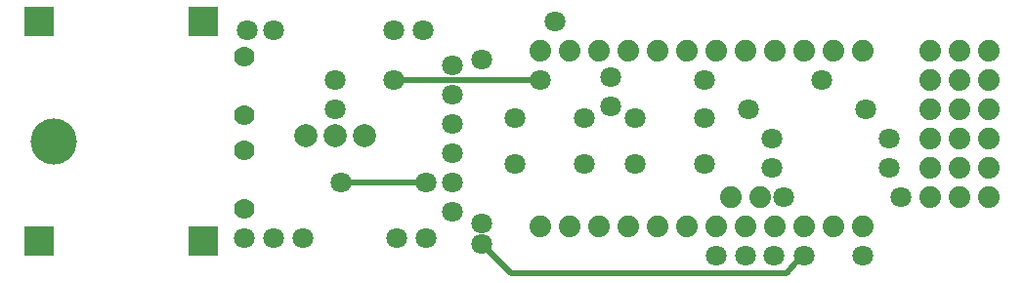
<source format=gbl>
G04 ---------------------------- Layer name :BOTTOM LAYER*
G04 EasyEDA v5.7.26, Thu, 04 Oct 2018 12:13:59 GMT*
G04 417ad5cc9c814d239db4c0f318f8aef8*
G04 Gerber Generator version 0.2*
G04 Scale: 100 percent, Rotated: No, Reflected: No *
G04 Dimensions in millimeters *
G04 leading zeros omitted , absolute positions ,3 integer and 3 decimal *
%FSLAX33Y33*%
%MOMM*%
G90*
G71D02*

%ADD10C,0.499999*%
%ADD14C,1.799996*%
%ADD19C,1.999996*%
%ADD20C,1.880006*%
%ADD21C,1.778000*%
%ADD22C,1.879600*%
%ADD23R,2.540000X2.540000*%
%ADD24C,3.999992*%

%LPD*%
G54D10*
G01X28194Y9144D02*
G01X36068Y9144D01*
G01X33274Y18034D02*
G01X45974Y18034D01*
G01X40894Y3810D02*
G01X43434Y1270D01*
G01X67310Y1270D01*
G01X68834Y3048D01*
G54D20*
G01X65024Y7874D03*
G01X62484Y7874D03*
G54D19*
G01X30734Y13208D03*
G01X28194Y13208D03*
G01X25654Y13208D03*
G54D21*
G01X20320Y6858D03*
G01X20320Y11938D03*
G01X20320Y14986D03*
G01X20320Y20066D03*
G54D14*
G01X61214Y2794D03*
G01X66212Y2794D03*
G01X52070Y18288D03*
G01X52070Y15748D03*
G01X49784Y14732D03*
G01X43784Y14732D03*
G01X49784Y10731D03*
G01X43784Y10731D03*
G01X60198Y14732D03*
G01X54198Y14732D03*
G01X60198Y10731D03*
G01X54198Y10731D03*
G54D22*
G01X45974Y5334D03*
G01X48514Y5334D03*
G01X51054Y5334D03*
G01X53594Y5334D03*
G01X56134Y5334D03*
G01X58674Y5334D03*
G01X61214Y5334D03*
G01X63754Y5334D03*
G01X66294Y5334D03*
G01X68834Y5334D03*
G01X71374Y5334D03*
G01X73914Y5334D03*
G01X73914Y20574D03*
G01X71374Y20574D03*
G01X68834Y20574D03*
G01X66294Y20574D03*
G01X63754Y20574D03*
G01X61214Y20574D03*
G01X58674Y20574D03*
G01X56134Y20574D03*
G01X53594Y20574D03*
G01X51054Y20574D03*
G01X48514Y20574D03*
G01X45974Y20574D03*
G54D14*
G01X60198Y18034D03*
G01X70358Y18034D03*
G01X64008Y15494D03*
G01X74168Y15494D03*
G01X66040Y12954D03*
G01X76200Y12954D03*
G01X66040Y10414D03*
G01X76200Y10414D03*
G01X67056Y7874D03*
G01X77216Y7874D03*
G01X63754Y2794D03*
G01X73914Y2794D03*
G54D22*
G01X79756Y20574D03*
G01X82296Y20574D03*
G01X84836Y20574D03*
G01X79756Y18034D03*
G01X82296Y18034D03*
G01X84836Y18034D03*
G01X79756Y15494D03*
G01X82296Y15494D03*
G01X84836Y15494D03*
G01X79756Y12954D03*
G01X82296Y12954D03*
G01X84836Y12954D03*
G01X79756Y10414D03*
G01X82296Y10414D03*
G01X84836Y10414D03*
G01X79756Y7874D03*
G01X82296Y7874D03*
G01X84836Y7874D03*
G54D14*
G01X20574Y22352D03*
G01X22860Y22352D03*
G01X33274Y22352D03*
G01X35814Y22352D03*
G01X20320Y4318D03*
G01X22860Y4318D03*
G01X25400Y4318D03*
G01X33528Y4318D03*
G01X36068Y4318D03*
G54D23*
G01X2540Y4064D03*
G01X16764Y4064D03*
G01X2540Y23114D03*
G01X16764Y23114D03*
G54D14*
G01X38354Y19304D03*
G01X38354Y16764D03*
G01X38354Y14224D03*
G01X38354Y11684D03*
G01X38354Y9144D03*
G01X38354Y6604D03*
G01X28702Y9144D03*
G01X36068Y9144D03*
G01X40894Y3810D03*
G01X45974Y18034D03*
G01X33274Y18034D03*
G01X68834Y2794D03*
G01X47244Y23114D03*
G01X40894Y19812D03*
G01X28194Y18034D03*
G01X28194Y15494D03*
G54D24*
G01X3810Y12700D03*
G54D14*
G01X40894Y5588D03*
M00*
M02*

</source>
